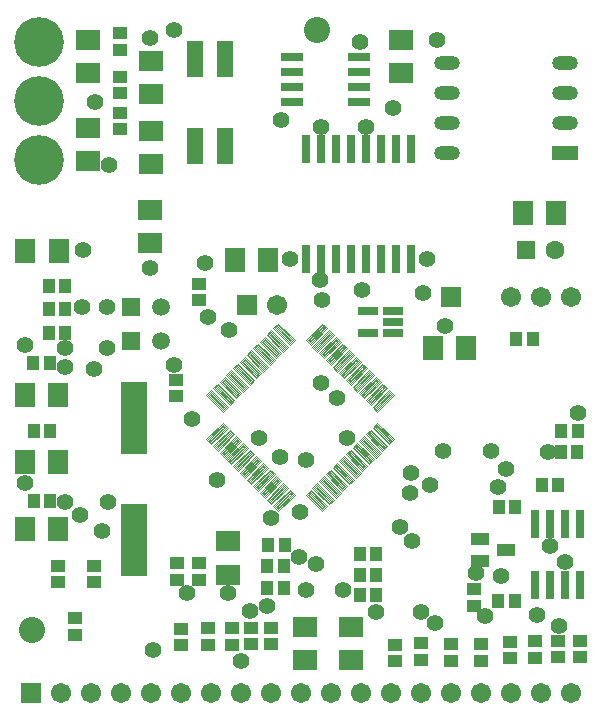
<source format=gts>
%FSLAX43Y43*%
%MOMM*%
G71*
G01*
G75*
%ADD10R,1.000X0.800*%
%ADD11R,0.800X1.000*%
%ADD12R,1.800X1.600*%
%ADD13R,2.000X6.000*%
%ADD14R,1.600X1.800*%
%ADD15R,1.300X0.850*%
%ADD16R,1.200X2.850*%
%ADD17O,2.000X1.000*%
%ADD18R,2.000X1.000*%
%ADD19C,0.125*%
%ADD20R,1.700X0.600*%
%ADD21R,1.700X0.600*%
%ADD22R,0.600X2.200*%
%ADD23R,0.600X2.200*%
%ADD24R,1.450X0.550*%
%ADD25R,1.450X0.550*%
%ADD26R,0.600X2.150*%
%ADD27R,0.600X2.150*%
%ADD28C,0.500*%
%ADD29C,0.400*%
%ADD30C,0.600*%
%ADD31C,1.000*%
%ADD32C,1.500*%
%ADD33C,2.000*%
%ADD34R,1.500X1.500*%
%ADD35R,1.300X1.300*%
%ADD36C,1.300*%
%ADD37C,4.000*%
%ADD38C,1.400*%
%ADD39R,1.400X1.400*%
%ADD40C,1.200*%
%ADD41C,0.300*%
%ADD42R,1.203X1.003*%
%ADD43R,1.003X1.203*%
%ADD44R,2.003X1.803*%
%ADD45R,2.203X6.203*%
%ADD46R,1.803X2.003*%
%ADD47R,1.503X1.053*%
%ADD48R,1.403X3.053*%
%ADD49O,2.203X1.203*%
%ADD50R,2.203X1.203*%
%ADD51R,1.903X0.803*%
%ADD52R,1.903X0.803*%
%ADD53R,0.803X2.403*%
%ADD54R,0.803X2.403*%
%ADD55R,1.653X0.753*%
%ADD56R,1.653X0.753*%
%ADD57R,0.803X2.353*%
%ADD58R,0.803X2.353*%
%ADD59C,1.703*%
%ADD60C,2.203*%
%ADD61R,1.703X1.703*%
%ADD62R,1.503X1.503*%
%ADD63C,1.503*%
%ADD64C,4.203*%
%ADD65C,1.603*%
%ADD66R,1.603X1.603*%
%ADD67C,1.403*%
D19*
X30577Y26288D02*
X30168Y25880D01*
X28769Y27278D01*
X29178Y27687D01*
X30577Y26288D01*
X30429D02*
X30168Y26027D01*
X28916Y27278D01*
X29178Y27540D01*
X30429Y26288D01*
X30282D02*
X30168Y26174D01*
X29064Y27278D01*
X29178Y27393D01*
X30282Y26288D01*
X30160Y26314D02*
X29186Y27253D01*
X24425Y36966D02*
X24016Y36557D01*
X22617Y37956D01*
X23026Y38365D01*
X24425Y36966D01*
X24278D02*
X24016Y36704D01*
X22765Y37956D01*
X23026Y38217D01*
X24278Y36966D01*
X24130D02*
X24016Y36852D01*
X22912Y37956D01*
X23026Y38070D01*
X24130Y36966D01*
X24009Y36991D02*
X23034Y37930D01*
X23859Y36400D02*
X23450Y35991D01*
X22052Y37390D01*
X22460Y37799D01*
X23859Y36400D01*
X23712D02*
X23450Y36139D01*
X22199Y37390D01*
X22460Y37652D01*
X23712Y36400D01*
X23565D02*
X23450Y36286D01*
X22346Y37390D01*
X22460Y37504D01*
X23565Y36400D01*
X23443Y36426D02*
X22468Y37364D01*
X23294Y35834D02*
X22885Y35426D01*
X21486Y36824D01*
X21895Y37233D01*
X23294Y35834D01*
X23146D02*
X22885Y35573D01*
X21633Y36824D01*
X21895Y37086D01*
X23146Y35834D01*
X22999D02*
X22885Y35720D01*
X21781Y36824D01*
X21895Y36939D01*
X22999Y35834D01*
X22877Y35860D02*
X21902Y36799D01*
X22728Y35269D02*
X22319Y34860D01*
X20920Y36259D01*
X21329Y36667D01*
X22728Y35269D01*
X22581D02*
X22319Y35007D01*
X21068Y36259D01*
X21329Y36520D01*
X22581Y35269D01*
X22433D02*
X22319Y35154D01*
X21215Y36259D01*
X21329Y36373D01*
X22433Y35269D01*
X22311Y35294D02*
X21337Y36233D01*
X22162Y34703D02*
X21753Y34294D01*
X20355Y35693D01*
X20763Y36102D01*
X22162Y34703D01*
X22015D02*
X21753Y34441D01*
X20502Y35693D01*
X20763Y35954D01*
X22015Y34703D01*
X21868D02*
X21753Y34589D01*
X20649Y35693D01*
X20763Y35807D01*
X21868Y34703D01*
X21746Y34729D02*
X20771Y35667D01*
X21597Y34137D02*
X21188Y33728D01*
X19789Y35127D01*
X20198Y35536D01*
X21597Y34137D01*
X21449D02*
X21188Y33876D01*
X19936Y35127D01*
X20198Y35389D01*
X21449Y34137D01*
X21302D02*
X21188Y34023D01*
X20084Y35127D01*
X20198Y35241D01*
X21302Y34137D01*
X21180Y34163D02*
X20205Y35102D01*
X21031Y33572D02*
X20622Y33163D01*
X19223Y34562D01*
X19632Y34970D01*
X21031Y33572D01*
X20884D02*
X20622Y33310D01*
X19371Y34562D01*
X19632Y34823D01*
X20884Y33572D01*
X20736D02*
X20622Y33457D01*
X19518Y34562D01*
X19632Y34676D01*
X20736Y33572D01*
X20614Y33597D02*
X19640Y34536D01*
X20465Y33006D02*
X20056Y32597D01*
X18658Y33996D01*
X19066Y34405D01*
X20465Y33006D01*
X20318D02*
X20056Y32744D01*
X18805Y33996D01*
X19066Y34257D01*
X20318Y33006D01*
X20171D02*
X20056Y32892D01*
X18952Y33996D01*
X19066Y34110D01*
X20171Y33006D01*
X20049Y33031D02*
X19074Y33970D01*
X19899Y32440D02*
X19491Y32031D01*
X18092Y33430D01*
X18501Y33839D01*
X19899Y32440D01*
X19752D02*
X19491Y32179D01*
X18239Y33430D01*
X18501Y33692D01*
X19752Y32440D01*
X19605D02*
X19491Y32326D01*
X18386Y33430D01*
X18501Y33544D01*
X19605Y32440D01*
X19483Y32466D02*
X18508Y33405D01*
X19334Y31875D02*
X18925Y31466D01*
X17526Y32865D01*
X17935Y33273D01*
X19334Y31875D01*
X19186D02*
X18925Y31613D01*
X17673Y32865D01*
X17935Y33126D01*
X19186Y31875D01*
X19039D02*
X18925Y31760D01*
X17821Y32865D01*
X17935Y32979D01*
X19039Y31875D01*
X18917Y31900D02*
X17943Y32839D01*
X18768Y31309D02*
X18359Y30900D01*
X16960Y32299D01*
X17369Y32708D01*
X18768Y31309D01*
X18621D02*
X18359Y31047D01*
X17108Y32299D01*
X17369Y32560D01*
X18621Y31309D01*
X18473D02*
X18359Y31195D01*
X17255Y32299D01*
X17369Y32413D01*
X18473Y31309D01*
X18352Y31334D02*
X17377Y32273D01*
X31441Y30900D02*
X31032Y31309D01*
X32431Y32708D01*
X32840Y32299D01*
X31441Y30900D01*
Y31047D02*
X31179Y31309D01*
X32431Y32560D01*
X32692Y32299D01*
X31441Y31047D01*
Y31195D02*
X31326Y31309D01*
X32431Y32413D01*
X32545Y32299D01*
X31441Y31195D01*
X31466Y31316D02*
X32405Y32291D01*
X30875Y31466D02*
X30466Y31875D01*
X31865Y33273D01*
X32274Y32865D01*
X30875Y31466D01*
Y31613D02*
X30614Y31875D01*
X31865Y33126D01*
X32127Y32865D01*
X30875Y31613D01*
Y31760D02*
X30761Y31875D01*
X31865Y32979D01*
X31979Y32865D01*
X30875Y31760D01*
X30901Y31882D02*
X31839Y32857D01*
X30309Y32031D02*
X29901Y32440D01*
X31299Y33839D01*
X31708Y33430D01*
X30309Y32031D01*
Y32179D02*
X30048Y32440D01*
X31299Y33692D01*
X31561Y33430D01*
X30309Y32179D01*
Y32326D02*
X30195Y32440D01*
X31299Y33544D01*
X31414Y33430D01*
X30309Y32326D01*
X30335Y32448D02*
X31274Y33423D01*
X29744Y32597D02*
X29335Y33006D01*
X30734Y34405D01*
X31142Y33996D01*
X29744Y32597D01*
Y32744D02*
X29482Y33006D01*
X30734Y34257D01*
X30995Y33996D01*
X29744Y32744D01*
Y32892D02*
X29629Y33006D01*
X30734Y34110D01*
X30848Y33996D01*
X29744Y32892D01*
X29769Y33014D02*
X30708Y33988D01*
X29178Y33163D02*
X28769Y33572D01*
X30168Y34970D01*
X30577Y34562D01*
X29178Y33163D01*
Y33310D02*
X28916Y33572D01*
X30168Y34823D01*
X30430Y34562D01*
X29178Y33310D01*
Y33457D02*
X29064Y33572D01*
X30168Y34676D01*
X30282Y34562D01*
X29178Y33457D01*
X29204Y33579D02*
X30142Y34554D01*
X28612Y33728D02*
X28203Y34137D01*
X29602Y35536D01*
X30011Y35127D01*
X28612Y33728D01*
Y33876D02*
X28351Y34137D01*
X29602Y35389D01*
X29864Y35127D01*
X28612Y33876D01*
Y34023D02*
X28498Y34137D01*
X29602Y35242D01*
X29716Y35127D01*
X28612Y34023D01*
X28638Y34145D02*
X29577Y35120D01*
X28047Y34294D02*
X27638Y34703D01*
X29037Y36102D01*
X29445Y35693D01*
X28047Y34294D01*
Y34441D02*
X27785Y34703D01*
X29037Y35955D01*
X29298Y35693D01*
X28047Y34441D01*
Y34589D02*
X27932Y34703D01*
X29037Y35807D01*
X29151Y35693D01*
X28047Y34589D01*
X28072Y34711D02*
X29011Y35685D01*
X27481Y34860D02*
X27072Y35269D01*
X28471Y36667D01*
X28880Y36259D01*
X27481Y34860D01*
Y35007D02*
X27219Y35269D01*
X28471Y36520D01*
X28732Y36259D01*
X27481Y35007D01*
Y35154D02*
X27367Y35269D01*
X28471Y36373D01*
X28585Y36259D01*
X27481Y35154D01*
X27506Y35276D02*
X28445Y36251D01*
X26915Y35426D02*
X26506Y35834D01*
X27905Y37233D01*
X28314Y36824D01*
X26915Y35426D01*
Y35573D02*
X26654Y35834D01*
X27905Y37086D01*
X28167Y36824D01*
X26915Y35573D01*
Y35720D02*
X26801Y35834D01*
X27905Y36939D01*
X28019Y36824D01*
X26915Y35720D01*
X26941Y35842D02*
X27880Y36817D01*
X26350Y35991D02*
X25941Y36400D01*
X27340Y37799D01*
X27748Y37390D01*
X26350Y35991D01*
Y36139D02*
X26088Y36400D01*
X27340Y37652D01*
X27601Y37390D01*
X26350Y36139D01*
Y36286D02*
X26235Y36400D01*
X27340Y37504D01*
X27454Y37390D01*
X26350Y36286D01*
X26375Y36408D02*
X27314Y37382D01*
X25784Y36557D02*
X25375Y36966D01*
X26774Y38365D01*
X27183Y37956D01*
X25784Y36557D01*
Y36704D02*
X25522Y36966D01*
X26774Y38217D01*
X27035Y37956D01*
X25784Y36704D01*
Y36852D02*
X25670Y36966D01*
X26774Y38070D01*
X26888Y37956D01*
X25784Y36852D01*
X25809Y36973D02*
X26748Y37948D01*
X32840Y28551D02*
X32431Y28142D01*
X31032Y29541D01*
X31441Y29950D01*
X32840Y28551D01*
X32692D02*
X32431Y28290D01*
X31179Y29541D01*
X31441Y29803D01*
X32692Y28551D01*
X32545D02*
X32431Y28437D01*
X31326Y29541D01*
X31441Y29655D01*
X32545Y28551D01*
X32423Y28577D02*
X31448Y29516D01*
X32274Y27985D02*
X31865Y27577D01*
X30466Y28975D01*
X30875Y29384D01*
X32274Y27985D01*
X32127D02*
X31865Y27724D01*
X30613Y28975D01*
X30875Y29237D01*
X32127Y27985D01*
X31979D02*
X31865Y27871D01*
X30761Y28975D01*
X30875Y29090D01*
X31979Y27985D01*
X31857Y28011D02*
X30883Y28950D01*
X31708Y27420D02*
X31299Y27011D01*
X29900Y28410D01*
X30309Y28819D01*
X31708Y27420D01*
X31561D02*
X31299Y27158D01*
X30048Y28410D01*
X30309Y28671D01*
X31561Y27420D01*
X31413D02*
X31299Y27306D01*
X30195Y28410D01*
X30309Y28524D01*
X31413Y27420D01*
X31292Y27445D02*
X30317Y28384D01*
X31143Y26854D02*
X30734Y26445D01*
X29335Y27844D01*
X29744Y28253D01*
X31143Y26854D01*
X30995D02*
X30734Y26593D01*
X29482Y27844D01*
X29744Y28106D01*
X30995Y26854D01*
X30848D02*
X30734Y26740D01*
X29629Y27844D01*
X29744Y27958D01*
X30848Y26854D01*
X30726Y26880D02*
X29751Y27819D01*
X28880Y24591D02*
X28471Y24182D01*
X27072Y25581D01*
X27481Y25990D01*
X28880Y24591D01*
X28732D02*
X28471Y24330D01*
X27219Y25581D01*
X27481Y25843D01*
X28732Y24591D01*
X28585D02*
X28471Y24477D01*
X27367Y25581D01*
X27481Y25695D01*
X28585Y24591D01*
X28463Y24617D02*
X27488Y25556D01*
X28314Y24026D02*
X27905Y23617D01*
X26506Y25016D01*
X26915Y25425D01*
X28314Y24026D01*
X28167D02*
X27905Y23764D01*
X26654Y25016D01*
X26915Y25277D01*
X28167Y24026D01*
X28019D02*
X27905Y23912D01*
X26801Y25016D01*
X26915Y25130D01*
X28019Y24026D01*
X27898Y24051D02*
X26923Y24990D01*
X27748Y23460D02*
X27340Y23051D01*
X25941Y24450D01*
X26350Y24859D01*
X27748Y23460D01*
X27601D02*
X27340Y23198D01*
X26088Y24450D01*
X26350Y24712D01*
X27601Y23460D01*
X27454D02*
X27340Y23346D01*
X26235Y24450D01*
X26350Y24564D01*
X27454Y23460D01*
X27332Y23486D02*
X26357Y24424D01*
X27183Y22894D02*
X26774Y22485D01*
X25375Y23884D01*
X25784Y24293D01*
X27183Y22894D01*
X27035D02*
X26774Y22633D01*
X25522Y23884D01*
X25784Y24146D01*
X27035Y22894D01*
X26888D02*
X26774Y22780D01*
X25670Y23884D01*
X25784Y23999D01*
X26888Y22894D01*
X26766Y22920D02*
X25791Y23859D01*
X23026Y22485D02*
X22617Y22894D01*
X24016Y24293D01*
X24425Y23884D01*
X23026Y22485D01*
Y22633D02*
X22765Y22894D01*
X24016Y24146D01*
X24278Y23884D01*
X23026Y22633D01*
Y22780D02*
X22912Y22894D01*
X24016Y23999D01*
X24130Y23884D01*
X23026Y22780D01*
X23052Y22902D02*
X23991Y23877D01*
X22461Y23051D02*
X22052Y23460D01*
X23450Y24859D01*
X23859Y24450D01*
X22461Y23051D01*
Y23198D02*
X22199Y23460D01*
X23450Y24711D01*
X23712Y24450D01*
X22461Y23198D01*
Y23346D02*
X22346Y23460D01*
X23450Y24564D01*
X23565Y24450D01*
X22461Y23346D01*
X22486Y23468D02*
X23425Y24442D01*
X21895Y23617D02*
X21486Y24026D01*
X22885Y25424D01*
X23294Y25016D01*
X21895Y23617D01*
Y23764D02*
X21633Y24026D01*
X22885Y25277D01*
X23146Y25016D01*
X21895Y23764D01*
Y23911D02*
X21781Y24026D01*
X22885Y25130D01*
X22999Y25016D01*
X21895Y23911D01*
X21920Y24033D02*
X22859Y25008D01*
X21329Y24182D02*
X20920Y24591D01*
X22319Y25990D01*
X22728Y25581D01*
X21329Y24182D01*
Y24330D02*
X21068Y24591D01*
X22319Y25843D01*
X22581Y25581D01*
X21329Y24330D01*
Y24477D02*
X21215Y24591D01*
X22319Y25695D01*
X22433Y25581D01*
X21329Y24477D01*
X21355Y24599D02*
X22294Y25574D01*
X20763Y24748D02*
X20355Y25157D01*
X21753Y26556D01*
X22162Y26147D01*
X20763Y24748D01*
Y24895D02*
X20502Y25157D01*
X21753Y26409D01*
X22015Y26147D01*
X20763Y24895D01*
Y25043D02*
X20649Y25157D01*
X21753Y26261D01*
X21868Y26147D01*
X20763Y25043D01*
X20789Y25165D02*
X21728Y26139D01*
X20198Y25314D02*
X19789Y25723D01*
X21188Y27122D01*
X21597Y26713D01*
X20198Y25314D01*
Y25461D02*
X19936Y25723D01*
X21188Y26974D01*
X21449Y26713D01*
X20198Y25461D01*
Y25609D02*
X20084Y25723D01*
X21188Y26827D01*
X21302Y26713D01*
X20198Y25609D01*
X20223Y25730D02*
X21162Y26705D01*
X19632Y25880D02*
X19223Y26288D01*
X20622Y27687D01*
X21031Y27278D01*
X19632Y25880D01*
Y26027D02*
X19370Y26288D01*
X20622Y27540D01*
X20884Y27278D01*
X19632Y26027D01*
Y26174D02*
X19518Y26288D01*
X20622Y27393D01*
X20736Y27278D01*
X19632Y26174D01*
X19658Y26296D02*
X20596Y27271D01*
X19066Y26445D02*
X18658Y26854D01*
X20056Y28253D01*
X20465Y27844D01*
X19066Y26445D01*
Y26593D02*
X18805Y26854D01*
X20056Y28106D01*
X20318Y27844D01*
X19066Y26593D01*
Y26740D02*
X18952Y26854D01*
X20056Y27958D01*
X20171Y27844D01*
X19066Y26740D01*
X19092Y26862D02*
X20031Y27837D01*
X18501Y27011D02*
X18092Y27420D01*
X19491Y28819D01*
X19899Y28410D01*
X18501Y27011D01*
Y27158D02*
X18239Y27420D01*
X19491Y28671D01*
X19752Y28410D01*
X18501Y27158D01*
Y27306D02*
X18386Y27420D01*
X19491Y28524D01*
X19605Y28410D01*
X18501Y27306D01*
X18526Y27427D02*
X19465Y28402D01*
X17935Y27577D02*
X17526Y27985D01*
X18925Y29384D01*
X19334Y28975D01*
X17935Y27577D01*
Y27724D02*
X17673Y27985D01*
X18925Y29237D01*
X19186Y28975D01*
X17935Y27724D01*
Y27871D02*
X17821Y27985D01*
X18925Y29090D01*
X19039Y28975D01*
X17935Y27871D01*
X17961Y27993D02*
X18899Y28968D01*
X17369Y28142D02*
X16960Y28551D01*
X18359Y29950D01*
X18768Y29541D01*
X17369Y28142D01*
Y28290D02*
X17108Y28551D01*
X18359Y29803D01*
X18621Y29541D01*
X17369Y28290D01*
Y28437D02*
X17255Y28551D01*
X18359Y29655D01*
X18473Y29541D01*
X17369Y28437D01*
X17395Y28559D02*
X18334Y29534D01*
X29445Y25157D02*
X29037Y24748D01*
X27638Y26147D01*
X28047Y26556D01*
X29445Y25157D01*
X29298D02*
X29037Y24896D01*
X27785Y26147D01*
X28047Y26409D01*
X29298Y25157D01*
X29151D02*
X29037Y25043D01*
X27932Y26147D01*
X28047Y26261D01*
X29151Y25157D01*
X29029Y25183D02*
X28054Y26121D01*
X30011Y25723D02*
X29602Y25314D01*
X28203Y26713D01*
X28612Y27122D01*
X30011Y25723D01*
X29864D02*
X29602Y25461D01*
X28351Y26713D01*
X28612Y26974D01*
X29864Y25723D01*
X29716D02*
X29602Y25609D01*
X28498Y26713D01*
X28612Y26827D01*
X29716Y25723D01*
X29595Y25748D02*
X28620Y26687D01*
D42*
X42675Y11425D02*
D03*
Y10025D02*
D03*
X22425Y12625D02*
D03*
Y11225D02*
D03*
X39575Y15850D02*
D03*
Y14450D02*
D03*
X20750Y11225D02*
D03*
Y12625D02*
D03*
X7425Y17850D02*
D03*
Y16450D02*
D03*
X48625Y10125D02*
D03*
Y11525D02*
D03*
X16375Y41750D02*
D03*
Y40350D02*
D03*
X9650Y57875D02*
D03*
Y59275D02*
D03*
Y54825D02*
D03*
X9675Y61525D02*
D03*
Y62925D02*
D03*
X9650Y56225D02*
D03*
X4375Y17850D02*
D03*
Y16450D02*
D03*
X5875Y13425D02*
D03*
Y12025D02*
D03*
X14425Y32200D02*
D03*
Y33600D02*
D03*
X14475Y16650D02*
D03*
Y18050D02*
D03*
X16325Y16650D02*
D03*
Y18050D02*
D03*
X14775Y11125D02*
D03*
Y12525D02*
D03*
X17075Y12575D02*
D03*
Y11175D02*
D03*
X37650Y11225D02*
D03*
Y9825D02*
D03*
X40175D02*
D03*
Y11225D02*
D03*
X35125Y11275D02*
D03*
Y9875D02*
D03*
X19100Y12575D02*
D03*
Y11175D02*
D03*
X32925Y11175D02*
D03*
Y9775D02*
D03*
X44800Y10075D02*
D03*
Y11475D02*
D03*
X46750Y10125D02*
D03*
Y11525D02*
D03*
D43*
X22125Y17800D02*
D03*
X23525D02*
D03*
X41725Y22800D02*
D03*
X43125D02*
D03*
X43075Y14900D02*
D03*
X41675D02*
D03*
X46750Y24700D02*
D03*
X45350D02*
D03*
X44575Y37025D02*
D03*
X43175D02*
D03*
X3725Y23375D02*
D03*
X2325D02*
D03*
Y29225D02*
D03*
X3725D02*
D03*
X3700Y35000D02*
D03*
X2300D02*
D03*
X5025Y37525D02*
D03*
X3625D02*
D03*
X5025Y41550D02*
D03*
X3625D02*
D03*
X5025Y39575D02*
D03*
X3625D02*
D03*
X31350Y15350D02*
D03*
X29950D02*
D03*
Y18875D02*
D03*
X31350D02*
D03*
X22175Y19600D02*
D03*
X23575D02*
D03*
X22125Y15950D02*
D03*
X23525D02*
D03*
X48375Y27450D02*
D03*
X46975D02*
D03*
X47000Y29275D02*
D03*
X48400D02*
D03*
X29950Y17100D02*
D03*
X31350D02*
D03*
D44*
X18807Y19913D02*
D03*
X18807Y17113D02*
D03*
X33432Y62388D02*
D03*
X33432Y59588D02*
D03*
X12257Y51863D02*
D03*
X12257Y54663D02*
D03*
X12307Y60563D02*
D03*
X12307Y57763D02*
D03*
X12157Y47963D02*
D03*
X12157Y45163D02*
D03*
X6943Y54887D02*
D03*
X6943Y52087D02*
D03*
X6957Y59538D02*
D03*
X6957Y62338D02*
D03*
X25268Y12637D02*
D03*
X25268Y9837D02*
D03*
X29218Y12687D02*
D03*
X29218Y9887D02*
D03*
D45*
X10825Y30400D02*
D03*
Y20000D02*
D03*
D46*
X19412Y43757D02*
D03*
X22212Y43757D02*
D03*
X36112Y36332D02*
D03*
X38912Y36332D02*
D03*
X4438Y44543D02*
D03*
X1638Y44543D02*
D03*
X43762Y47732D02*
D03*
X46562Y47732D02*
D03*
X1630Y32309D02*
D03*
X4430D02*
D03*
X1605Y26614D02*
D03*
X4405Y26614D02*
D03*
X1605Y20944D02*
D03*
X4405D02*
D03*
D47*
X42348Y19173D02*
D03*
X40148Y18223D02*
D03*
X40148Y20123D02*
D03*
D48*
X16025Y53375D02*
D03*
X18525D02*
D03*
X18525Y60725D02*
D03*
X16025D02*
D03*
D49*
X37343Y52807D02*
D03*
X47343Y55357D02*
D03*
X47343Y57882D02*
D03*
X47343Y60432D02*
D03*
X37343Y60432D02*
D03*
X37293Y57882D02*
D03*
X37343Y55357D02*
D03*
D50*
X47343Y52807D02*
D03*
D51*
X24175Y60930D02*
D03*
Y59660D02*
D03*
Y58390D02*
D03*
X29875Y60930D02*
D03*
Y59660D02*
D03*
X24175Y57120D02*
D03*
D52*
X29875D02*
D03*
Y58390D02*
D03*
D53*
X44770Y16225D02*
D03*
X47310Y21425D02*
D03*
D54*
X48580Y21425D02*
D03*
X46040Y21425D02*
D03*
X44770Y21425D02*
D03*
X48580Y16225D02*
D03*
X47310Y16225D02*
D03*
X46040D02*
D03*
D55*
X32800Y37550D02*
D03*
X32800Y38500D02*
D03*
X30650Y39450D02*
D03*
Y37550D02*
D03*
D56*
X32800Y39450D02*
D03*
D57*
X25405Y43850D02*
D03*
X26675D02*
D03*
X27945D02*
D03*
X29215D02*
D03*
X30485D02*
D03*
X31755D02*
D03*
X33025D02*
D03*
X34295D02*
D03*
X25405Y53100D02*
D03*
X26675D02*
D03*
X30485D02*
D03*
X31755D02*
D03*
X33025D02*
D03*
X34295D02*
D03*
D58*
X27945Y53100D02*
D03*
X29215D02*
D03*
D59*
X42740Y7100D02*
D03*
X32580D02*
D03*
X45280D02*
D03*
X22910Y39937D02*
D03*
X42772Y40591D02*
D03*
X45312D02*
D03*
X47852D02*
D03*
X35120Y7100D02*
D03*
X4640D02*
D03*
X7180D02*
D03*
X9720D02*
D03*
X12260D02*
D03*
X14800D02*
D03*
X17340D02*
D03*
X19880D02*
D03*
X22420D02*
D03*
X24960D02*
D03*
X27500D02*
D03*
X30040D02*
D03*
X37660D02*
D03*
X40200D02*
D03*
X47820D02*
D03*
D60*
X26300Y63250D02*
D03*
X2200Y12375D02*
D03*
D61*
X20370Y39937D02*
D03*
X37692Y40591D02*
D03*
X2100Y7100D02*
D03*
D62*
X10608Y36888D02*
D03*
Y39763D02*
D03*
D63*
X13108Y36888D02*
D03*
Y39763D02*
D03*
D64*
X2800Y62200D02*
D03*
Y57200D02*
D03*
Y52200D02*
D03*
D65*
X46486Y44592D02*
D03*
D66*
X43986D02*
D03*
D67*
X23275Y55600D02*
D03*
X26725Y40325D02*
D03*
X22425Y21900D02*
D03*
X14225Y63250D02*
D03*
X14200Y34825D02*
D03*
X16875Y43475D02*
D03*
X12175Y43100D02*
D03*
X1638Y24825D02*
D03*
Y36525D02*
D03*
X40575Y13600D02*
D03*
X44925Y13725D02*
D03*
X41884Y16984D02*
D03*
X45875Y27475D02*
D03*
X28875Y28713D02*
D03*
X48400Y30825D02*
D03*
X34375Y19975D02*
D03*
X35100Y13925D02*
D03*
X31325Y13975D02*
D03*
X24825Y18625D02*
D03*
X28525Y15800D02*
D03*
X28000Y32050D02*
D03*
X25375Y26850D02*
D03*
X17879Y25121D02*
D03*
X21440Y28698D02*
D03*
X18800Y15550D02*
D03*
X20650Y14000D02*
D03*
X25375Y15825D02*
D03*
X19925Y9800D02*
D03*
X15350Y15550D02*
D03*
X22125Y14450D02*
D03*
X46850Y12725D02*
D03*
X47310Y18200D02*
D03*
X46040Y19550D02*
D03*
X39825Y17200D02*
D03*
X41625Y24550D02*
D03*
X26225Y18025D02*
D03*
X17100Y38925D02*
D03*
X18850Y37850D02*
D03*
X24025Y43850D02*
D03*
X26600Y42075D02*
D03*
X37150Y38150D02*
D03*
X35625Y43825D02*
D03*
X15775Y30300D02*
D03*
X35325Y40950D02*
D03*
X30100Y41200D02*
D03*
X8705Y51820D02*
D03*
X26675Y54975D02*
D03*
X32758Y56617D02*
D03*
X36450Y62388D02*
D03*
X29925Y62225D02*
D03*
X30475Y55025D02*
D03*
X24925Y22400D02*
D03*
X33325Y21175D02*
D03*
X41050Y27600D02*
D03*
X42350Y26025D02*
D03*
X37025Y27575D02*
D03*
X36350Y13025D02*
D03*
X12425Y10750D02*
D03*
X35925Y24700D02*
D03*
X8125Y20800D02*
D03*
X7450Y34500D02*
D03*
X5000Y34650D02*
D03*
X6425Y39750D02*
D03*
X8575D02*
D03*
X8550Y36300D02*
D03*
X5025Y36250D02*
D03*
X34225Y24050D02*
D03*
X6275Y22125D02*
D03*
X8625Y23225D02*
D03*
X26650Y33325D02*
D03*
X23225Y27025D02*
D03*
X4950Y23225D02*
D03*
X34300Y25750D02*
D03*
X7500Y57100D02*
D03*
X12225Y62550D02*
D03*
X6500Y44550D02*
D03*
M02*

</source>
